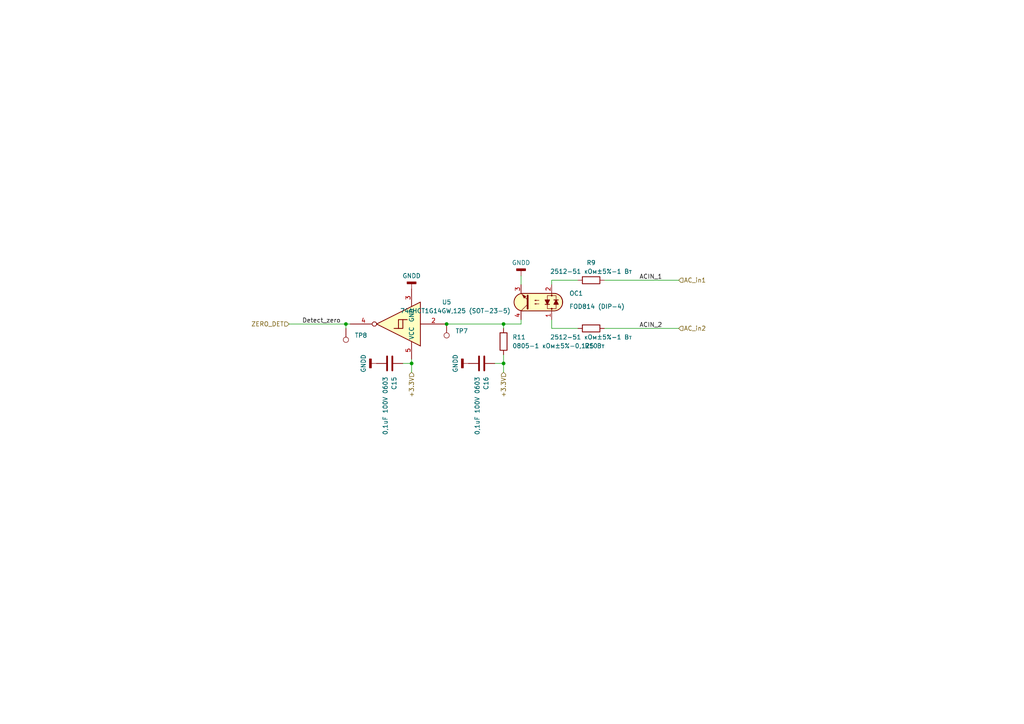
<source format=kicad_sch>
(kicad_sch (version 20250114) (generator "eeschema") (generator_version "9.0")
  (paper "A4")
  (lib_symbols
    (symbol "74xGxx:74AHCT1G14"
      (property "Reference" "U" (at -2.54 3.81 0))
      (property "Value" "74AHCT1G14" (at 0 -3.81 0))
      (symbol "74AHCT1G14_0_1"
        (polyline (pts (xy -7.62 6.35) (xy -7.62 -6.35) (xy 5.08 0) (xy -7.62 6.35)) (stroke (width 0.254)) (fill (type background)))
        (polyline (pts (xy -3.81 -1.27) (xy -2.54 -1.27) (xy -2.54 1.27) (xy 0 1.27)) (stroke (width 0.254)) (fill (type background)))
        (polyline (pts (xy -2.54 -1.27) (xy -1.27 -1.27) (xy -1.27 1.27)) (stroke (width 0.254)) (fill (type background)))
      )
      (symbol "74AHCT1G14_1_1"
        (pin input line (at -15.24 0 0) (length 7.62) (name "~") (number "2"))
        (pin power_in line (at -5.08 10.16 270) (length 5.08) (name "VCC") (number "5"))
        (pin power_in line (at -5.08 -10.16 90) (length 5.08) (name "GND") (number "3"))
        (pin output inverted (at 12.7 0 180) (length 7.62) (name "~") (number "4"))
      )
    )
    (symbol "Connector:TestPoint" (pin_numbers (hide yes)) (pin_names (offset 0.762) (hide yes))
      (property "Reference" "TP" (at 0 6.858 0))
      (property "Value" "TestPoint" (at 0 5.08 0))
      (symbol "TestPoint_0_1"
        (circle (center 0 3.302) (radius 0.762))
      )
      (symbol "TestPoint_1_1"
        (pin passive line (at 0 0 90) (length 2.54) (name "1") (number "1"))
      )
    )
    (symbol "Device:C" (pin_numbers (hide yes)) (pin_names (offset 0.254))
      (property "Reference" "C" (at 0.635 2.54 0))
      (property "Value" "C" (at 0.635 -2.54 0))
      (symbol "C_0_1"
        (polyline (pts (xy -2.032 0.762) (xy 2.032 0.762)) (stroke (width 0.508)))
        (polyline (pts (xy -2.032 -0.762) (xy 2.032 -0.762)) (stroke (width 0.508)))
      )
      (symbol "C_1_1"
        (pin passive line (at 0 3.81 270) (length 2.794) (name "~") (number "1"))
        (pin passive line (at 0 -3.81 90) (length 2.794) (name "~") (number "2"))
      )
    )
    (symbol "Device:R" (pin_numbers (hide yes)) (pin_names (offset 0))
      (property "Reference" "R" (at 2.032 0 90))
      (property "Value" "R" (at 0 0 90))
      (symbol "R_0_1"
        (rectangle (start -1.016 -2.54) (end 1.016 2.54) (stroke (width 0.254)))
      )
      (symbol "R_1_1"
        (pin passive line (at 0 3.81 270) (length 1.27) (name "~") (number "1"))
        (pin passive line (at 0 -3.81 90) (length 1.27) (name "~") (number "2"))
      )
    )
    (symbol "GNDD_1" (power) (pin_numbers (hide yes)) (pin_names (offset 0) (hide yes))
      (property "Value" "GNDD_1" (at 0 -3.175 0))
      (symbol "GNDD_1_0_1"
        (rectangle (start -1.27 -1.524) (end 1.27 -2.032) (stroke (width 0.254)) (fill (type outline)))
        (polyline (pts (xy 0 0) (xy 0 -1.524)))
      )
      (symbol "GNDD_1_1_1"
        (pin power_in line (at 0 0 270) (length 0) (hide yes) (name "GNDD") (number "1"))
      )
    )
    (symbol "PCM_Optocoupler_AKL:FOD814" (pin_names (offset 1.016))
      (property "Reference" "OC" (at 7.62 1.27 0))
      (property "Value" "FOD814" (at 7.62 -1.27 0))
      (symbol "FOD814_0_1"
        (polyline (pts (xy -5.715 -0.635) (xy -4.445 -0.635)) (stroke (width 0.254)))
        (polyline (pts (xy -5.08 -0.635) (xy -5.715 0.635) (xy -4.445 0.635) (xy -5.08 -0.635)) (stroke (width 0.254)) (fill (type outline)))
        (polyline (pts (xy -4.445 2.54) (xy 4.572 2.54)) (stroke (width 0.254)))
        (arc (start -4.4675 -2.54) (mid -6.9851 0) (end -4.4675 2.54) (stroke (width 0.254)))
        (polyline (pts (xy -3.81 2.54) (xy 4.826 2.54) (xy 5.334 2.413) (xy 5.969 2.159) (xy 6.604 1.524) (xy 6.985 0.762) (xy 7.112 0) (xy 6.985 -0.889) (xy 6.477 -1.651) (xy 5.969 -2.159) (xy 5.334 -2.413) (xy 4.699 -2.54) (xy -5.08 -2.54) (xy -5.08 -2.54) (xy -5.842 -2.032) (xy -6.35 -1.778) (xy -6.858 -0.508) (xy -6.858 0.254) (xy -6.858 1.016) (xy -6.35 1.778) (xy -5.588 2.286) (xy -4.826 2.54) (xy -3.81 2.54)) (stroke (width 0.01)) (fill (type background)))
        (circle (center -3.81 1.905) (radius 0.1778) (fill (type outline)))
        (polyline (pts (xy -3.81 1.905) (xy -3.81 2.54)) (stroke (width 0.1524)))
        (circle (center -3.81 -1.905) (radius 0.1778) (fill (type outline)))
        (polyline (pts (xy -3.81 -2.54) (xy -3.81 -1.905) (xy -5.08 -1.905) (xy -5.08 1.905) (xy -2.54 1.905) (xy -2.54 -1.905) (xy -3.81 -1.905)) (stroke (width 0.1524)))
        (polyline (pts (xy -2.54 0.635) (xy -1.905 -0.635) (xy -3.175 -0.635) (xy -2.54 0.635)) (stroke (width 0.254)) (fill (type outline)))
        (polyline (pts (xy -1.905 0.635) (xy -3.175 0.635)) (stroke (width 0.254)))
        (polyline (pts (xy -0.127 0.508) (xy 1.143 0.508) (xy 0.762 0.381) (xy 0.762 0.635) (xy 1.143 0.508)))
        (polyline (pts (xy -0.127 -0.508) (xy 1.143 -0.508) (xy 0.762 -0.635) (xy 0.762 -0.381) (xy 1.143 -0.508)))
        (polyline (pts (xy 3.175 1.905) (xy 3.175 -1.905) (xy 3.175 -1.905)) (stroke (width 0.508)))
        (polyline (pts (xy 3.175 0.635) (xy 5.08 2.54)))
        (polyline (pts (xy 3.683 -1.651) (xy 4.191 -1.143) (xy 4.699 -2.159) (xy 3.683 -1.651) (xy 3.683 -1.651)) (fill (type outline)))
        (arc (start 4.5945 2.54) (mid 7.1121 0) (end 4.5945 -2.54) (stroke (width 0.254)))
        (polyline (pts (xy 4.572 -2.54) (xy -4.445 -2.54)) (stroke (width 0.254)))
        (polyline (pts (xy 5.08 -2.54) (xy 3.175 -0.635)) (fill (type outline)))
      )
      (symbol "FOD814_1_1"
        (pin passive line (at -3.81 5.08 270) (length 2.54) (name "~") (number "1"))
        (pin passive line (at -3.81 -5.08 90) (length 2.54) (name "~") (number "2"))
        (pin passive line (at 5.08 5.08 270) (length 2.54) (name "~") (number "4"))
        (pin passive line (at 5.08 -5.08 90) (length 2.54) (name "~") (number "3"))
      )
    )
    (symbol "power:GNDD" (power) (pin_numbers (hide yes)) (pin_names (offset 0) (hide yes))
      (property "Value" "GNDD" (at 0 -3.175 0))
      (symbol "GNDD_0_1"
        (rectangle (start -1.27 -1.524) (end 1.27 -2.032) (stroke (width 0.254)) (fill (type outline)))
        (polyline (pts (xy 0 0) (xy 0 -1.524)))
      )
      (symbol "GNDD_1_1"
        (pin power_in line (at 0 0 270) (length 0) (hide yes) (name "GNDD") (number "1"))
      )
    )
  )
  (junction (at 146.05 105.41))
  (junction (at 119.38 105.41))
  (junction (at 146.05 93.98))
  (junction (at 100.33 93.98))
  (junction (at 129.54 93.98))
  (wire (pts (xy 100.33 95.25) (xy 100.33 93.98)))
  (wire (pts (xy 160.02 95.25) (xy 160.02 92.71)))
  (wire (pts (xy 119.38 104.14) (xy 119.38 105.41)))
  (wire (pts (xy 151.13 80.01) (xy 151.13 82.55)))
  (wire (pts (xy 119.38 105.41) (xy 116.84 105.41)))
  (wire (pts (xy 146.05 93.98) (xy 146.05 95.25)))
  (wire (pts (xy 146.05 105.41) (xy 146.05 107.95)))
  (wire (pts (xy 143.51 105.41) (xy 146.05 105.41)))
  (wire (pts (xy 83.82 93.98) (xy 100.33 93.98)))
  (wire (pts (xy 146.05 102.87) (xy 146.05 105.41)))
  (wire (pts (xy 151.13 93.98) (xy 151.13 92.71)))
  (wire (pts (xy 160.02 81.28) (xy 167.64 81.28)))
  (wire (pts (xy 129.54 93.98) (xy 146.05 93.98)))
  (wire (pts (xy 100.33 93.98) (xy 101.6 93.98)))
  (wire (pts (xy 175.26 95.25) (xy 196.85 95.25)))
  (wire (pts (xy 160.02 95.25) (xy 167.64 95.25)))
  (wire (pts (xy 160.02 81.28) (xy 160.02 82.55)))
  (wire (pts (xy 146.05 93.98) (xy 151.13 93.98)))
  (wire (pts (xy 119.38 105.41) (xy 119.38 107.95)))
  (wire (pts (xy 175.26 81.28) (xy 196.85 81.28)))
  (label "ACIN_1" (at 185.42 81.28 0))
  (label "Detect_zero" (at 87.63 93.98 0))
  (label "ACIN_2" (at 185.42 95.25 0))
  (hierarchical_label "ZERO_DET" (shape input) (at 83.82 93.98 180))
  (hierarchical_label "AC_in2" (shape input) (at 196.85 95.25 0))
  (hierarchical_label "+3.3V" (shape input) (at 146.05 107.95 270))
  (hierarchical_label "+3.3V" (shape input) (at 119.38 107.95 270))
  (hierarchical_label "AC_in1" (shape input) (at 196.85 81.28 0))
  (symbol (lib_id "Device:C") (at 139.7 105.41 270) (unit 1)
    (property "Reference" "C37" (at 140.97 109.22 0) (effects (justify left)))
    (property "Value" "0,1uF 100V 0603" (at 138.43 109.22 0) (effects (justify left)))
    (property "Footprint" "Capacitor_SMD:C_0603_1608Metric_Pad1.08x0.95mm_HandSolder" (effects (hide yes)))
    (instances (project "Плата симистров" (path "" (reference "C16") (unit 1))) (project "analog_io_board" (path "" (reference "C37") (unit 1))))
  )
  (symbol (lib_id "Device:R") (at 146.05 99.06 0) (unit 1)
    (property "Reference" "R36" (at 148.59 97.79 0) (effects (justify left)))
    (property "Value" "0805-1 кОм±5%-0,125 Вт" (at 148.59 100.33 0) (effects (justify left)))
    (property "Footprint" "Resistor_SMD:R_0805_2012Metric_Pad1.20x1.40mm_HandSolder" (effects (hide yes)))
    (instances (project "Плата симистров" (path "" (reference "R11") (unit 1))) (project "analog_io_board" (path "" (reference "R36") (unit 1))))
  )
  (symbol (lib_name "GNDD_1") (lib_id "power:GNDD") (at 151.13 80.01 180) (unit 1)
    (property "Reference" "#PWR091" (effects (hide yes)))
    (property "Value" "GNDD" (at 151.13 76.2 0))
    (instances (project "Плата симистров" (path "" (reference "#PWR042") (unit 1))) (project "analog_io_board" (path "" (reference "#PWR091") (unit 1))))
  )
  (symbol (lib_id "Connector:TestPoint") (at 100.33 95.25 180) (unit 1) (in_bom no)
    (property "Reference" "TP31" (at 102.87 97.282 0) (effects (justify right)))
    (property "Value" "TestPoint" (effects (hide yes)))
    (property "Footprint" "PCM_4ms_TestPoint:TestPoint_D1" (effects (hide yes)))
    (instances (project "Плата симистров" (path "" (reference "TP8") (unit 1))) (project "Плата внешних шаговых двигателей" (path "" (reference "TP21") (unit 1)) (path "" (reference "TP5") (unit 1))) (project "analog_io_board" (path "" (reference "TP31") (unit 1))))
  )
  (symbol (lib_id "power:GNDD") (at 119.38 83.82 180) (unit 1)
    (property "Reference" "#PWR092" (effects (hide yes)))
    (property "Value" "GNDD" (at 119.38 80.01 0))
    (instances (project "Плата симистров" (path "" (reference "#PWR043") (unit 1))) (project "analog_io_board" (path "" (reference "#PWR092") (unit 1))))
  )
  (symbol (lib_id "Connector:TestPoint") (at 129.54 93.98 180) (unit 1) (in_bom no)
    (property "Reference" "TP30" (at 132.08 96.012 0) (effects (justify right)))
    (property "Value" "TestPoint" (effects (hide yes)))
    (property "Footprint" "PCM_4ms_TestPoint:TestPoint_D1" (effects (hide yes)))
    (instances (project "Плата симистров" (path "" (reference "TP7") (unit 1))) (project "Плата внешних шаговых двигателей" (path "" (reference "TP21") (unit 1)) (path "" (reference "TP5") (unit 1))) (project "analog_io_board" (path "" (reference "TP30") (unit 1))))
  )
  (symbol (lib_id "power:GNDD") (at 135.89 105.41 270) (unit 1)
    (property "Reference" "#PWR094" (effects (hide yes)))
    (property "Value" "GNDD" (at 132.08 105.41 0))
    (instances (project "Плата симистров" (path "" (reference "#PWR046") (unit 1))) (project "analog_io_board" (path "" (reference "#PWR094") (unit 1))))
  )
  (symbol (lib_id "Device:C") (at 113.03 105.41 270) (unit 1)
    (property "Reference" "C36" (at 114.3 109.22 0) (effects (justify left)))
    (property "Value" "0,1uF 100V 0603" (at 111.76 109.22 0) (effects (justify left)))
    (property "Footprint" "Capacitor_SMD:C_0603_1608Metric_Pad1.08x0.95mm_HandSolder" (effects (hide yes)))
    (instances (project "Плата симистров" (path "" (reference "C15") (unit 1))) (project "analog_io_board" (path "" (reference "C36") (unit 1))))
  )
  (symbol (lib_id "power:GNDD") (at 109.22 105.41 270) (unit 1)
    (property "Reference" "#PWR093" (effects (hide yes)))
    (property "Value" "GNDD" (at 105.41 105.41 0))
    (instances (project "Плата симистров" (path "" (reference "#PWR044") (unit 1))) (project "analog_io_board" (path "" (reference "#PWR093") (unit 1))))
  )
  (symbol (lib_id "Device:R") (at 171.45 81.28 270) (unit 1)
    (property "Reference" "R34" (at 171.45 76.2 90))
    (property "Value" "2512-51 кОм±5%-1 Вт" (at 171.45 78.74 90))
    (property "Footprint" "PCM_Resistor_SMD_AKL:R_2512_6332Metric" (effects (hide yes)))
    (instances (project "Плата симистров" (path "" (reference "R9") (unit 1)) (path "" (reference "R21") (unit 1)) (path "" (reference "R11") (unit 1)) (path "" (reference "R13") (unit 1)) (path "" (reference "R17") (unit 1))) (project "analog_io_board" (path "" (reference "R34") (unit 1))))
  )
  (symbol (lib_id "74xGxx:74AHCT1G14") (at 114.3 93.98 180) (unit 1)
    (property "Reference" "U11" (at 129.54 87.63 0))
    (property "Value" "74AHCT1G14GW,125 (SOT-23-5)" (at 132.08 90.17 0))
    (property "Footprint" "Package_TO_SOT_SMD:SOT-23-5" (effects (hide yes)))
    (property "Datasheet" "http://www.ti.com/lit/sg/scyt129e/scyt129e.pdf" (effects (hide yes)))
    (instances (project "Плата симистров" (path "" (reference "U5") (unit 1))) (project "analog_io_board" (path "" (reference "U11") (unit 1))))
  )
  (symbol (lib_id "Device:R") (at 171.45 95.25 90) (unit 1)
    (property "Reference" "R35" (at 171.45 100.33 90))
    (property "Value" "2512-51 кОм±5%-1 Вт" (at 171.45 97.79 90))
    (property "Footprint" "PCM_Resistor_SMD_AKL:R_2512_6332Metric" (effects (hide yes)))
    (instances (project "Плата симистров" (path "" (reference "R10") (unit 1)) (path "" (reference "R21") (unit 1)) (path "" (reference "R11") (unit 1)) (path "" (reference "R13") (unit 1)) (path "" (reference "R17") (unit 1))) (project "analog_io_board" (path "" (reference "R35") (unit 1))))
  )
  (symbol (lib_id "PCM_Optocoupler_AKL:FOD814") (at 156.21 87.63 180) (unit 1)
    (property "Reference" "OC3" (at 165.1 85.09 0) (effects (justify right)))
    (property "Value" "FOD814 (DIP-4)" (at 165.1 88.9 0) (effects (justify right)))
    (property "Footprint" "Package_DIP:DIP-4_W7.62mm_LongPads" (effects (hide yes)))
    (property "Datasheet" "https://www.tme.eu/Document/3a0358906a5fcb3aa253d025de809a1d/FOD814300W.PDF" (effects (hide yes)))
    (instances (project "Плата симистров" (path "" (reference "OC1") (unit 1))) (project "analog_io_board" (path "" (reference "OC3") (unit 1))))
  )
)
</source>
